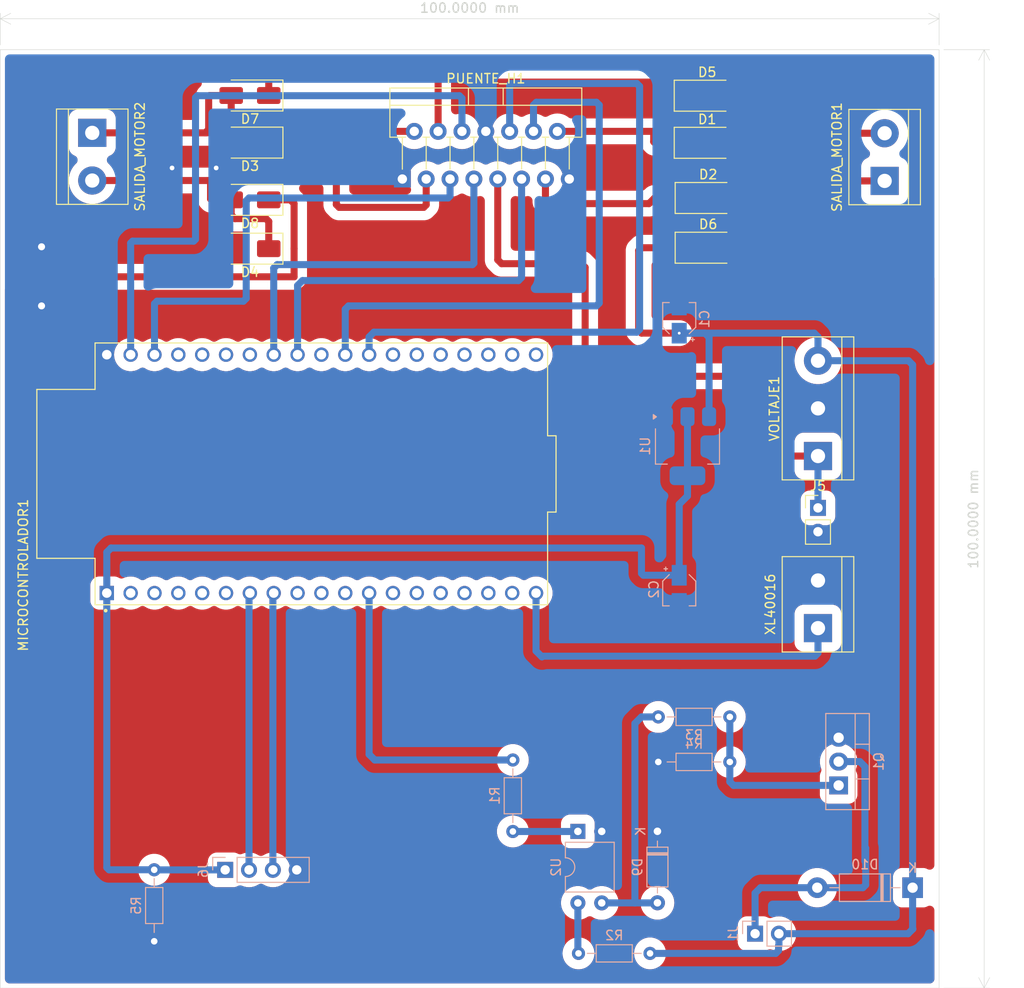
<source format=kicad_pcb>
(kicad_pcb (version 20240108) (generator "pcbnew") (generator_version "8.0")
  (layers (0 "F.Cu" signal) (31 "B.Cu" signal) (34 "B.Paste" user) (35 "F.Paste" user) (36 "B.SilkS" user "B.Silkscreen") (37 "F.SilkS" user "F.Silkscreen") (38 "B.Mask" user) (39 "F.Mask" user) (44 "Edge.Cuts" user))
  (net 0 "")
  (net 1 "GND")
  (net 2 "+12V")
  (net 3 "+5V")
  (net 4 "OUT4")
  (net 5 "OUT3")
  (net 6 "OUT1")
  (net 7 "OUT2")
  (net 8 "Net-(D9-A)")
  (net 9 "Net-(D10-A)")
  (net 10 "3,3V")
  (net 11 "SCK")
  (net 12 "DT")
  (net 13 "IN3")
  (net 14 "EnA")
  (net 15 "IN4")
  (net 16 "EnB")
  (net 17 "IN2")
  (net 18 "IN1")
  (net 19 "Net-(Q1-G)")
  (net 20 "PWM")
  (net 21 "Net-(R1-Pad2)")
  (net 22 "Net-(R2-Pad2)")
  (net 23 "Vin")
  (footprint "TerminalBlock:TerminalBlock_bornier-2_P5.08mm" (layer "F.Cu") (at 162.1 111.14 90)
    (property "Reference" "XL40016" (at 2.54 -5.08 -90) (layer "F.SilkS"))
    (property "Value" "~")
    (pad "1" thru_hole rect (at 0 0 90) (size 3 3) (drill 1.52) (layers "*.Cu" "*.Mask") (net 23 "Vin"))
    (pad "2" thru_hole circle (at 5.08 0 90) (size 3 3) (drill 1.52) (layers "*.Cu" "*.Mask") (net 1 "GND"))
  )
  (footprint "Diode_SMD:D_SMA" (layer "F.Cu") (at 101.6 54.38 180)
    (property "Reference" "D7" (at 0 -2.5 180) (layer "F.SilkS"))
    (property "Value" "1N4148WT" (hide yes))
    (pad "1" smd roundrect (at -2 0 180) (size 2.5 1.8) (layers "F.Cu" "F.Paste" "F.Mask") (roundrect_rratio 0.1388888889) (net 2 "+12V"))
    (pad "2" smd roundrect (at 2 0 180) (size 2.5 1.8) (layers "F.Cu" "F.Paste" "F.Mask") (roundrect_rratio 0.1388888889) (net 6 "OUT1"))
  )
  (footprint "Library:MODULE_ESP32-DEVKITC" (layer "F.Cu") (at 109.2 94.7 90)
    (property "Reference" "MICROCONTROLADOR1" (at -10.795 -31.75 -90) (layer "F.SilkS"))
    (property "Value" "ESP32_DEVKITC")
    (pad "1" thru_hole rect (at -12.7 -22.85 90) (size 1.53 1.53) (drill 1.02) (layers "*.Cu" "*.Mask") (net 10 "3,3V"))
    (pad "2" thru_hole circle (at -12.7 -20.31 90) (size 1.53 1.53) (drill 1.02) (layers "*.Cu" "*.Mask"))
    (pad "3" thru_hole circle (at -12.7 -17.77 90) (size 1.53 1.53) (drill 1.02) (layers "*.Cu" "*.Mask"))
    (pad "4" thru_hole circle (at -12.7 -15.23 90) (size 1.53 1.53) (drill 1.02) (layers "*.Cu" "*.Mask"))
    (pad "5" thru_hole circle (at -12.7 -12.69 90) (size 1.53 1.53) (drill 1.02) (layers "*.Cu" "*.Mask"))
    (pad "6" thru_hole circle (at -12.7 -10.15 90) (size 1.53 1.53) (drill 1.02) (layers "*.Cu" "*.Mask"))
    (pad "7" thru_hole circle (at -12.7 -7.61 90) (size 1.53 1.53) (drill 1.02) (layers "*.Cu" "*.Mask") (net 12 "DT"))
    (pad "8" thru_hole circle (at -12.7 -5.07 90) (size 1.53 1.53) (drill 1.02) (layers "*.Cu" "*.Mask") (net 11 "SCK"))
    (pad "9" thru_hole circle (at -12.7 -2.53 90) (size 1.53 1.53) (drill 1.02) (layers "*.Cu" "*.Mask"))
    (pad "10" thru_hole circle (at -12.7 0.01 90) (size 1.53 1.53) (drill 1.02) (layers "*.Cu" "*.Mask"))
    (pad "11" thru_hole circle (at -12.7 2.55 90) (size 1.53 1.53) (drill 1.02) (layers "*.Cu" "*.Mask"))
    (pad "12" thru_hole circle (at -12.7 5.09 90) (size 1.53 1.53) (drill 1.02) (layers "*.Cu" "*.Mask") (net 20 "PWM"))
    (pad "13" thru_hole circle (at -12.7 7.63 90) (size 1.53 1.53) (drill 1.02) (layers "*.Cu" "*.Mask"))
    (pad "14" thru_hole circle (at -12.7 10.17 90) (size 1.53 1.53) (drill 1.02) (layers "*.Cu" "*.Mask"))
    (pad "15" thru_hole circle (at -12.7 12.71 90) (size 1.53 1.53) (drill 1.02) (layers "*.Cu" "*.Mask"))
    (pad "16" thru_hole circle (at -12.7 15.25 90) (size 1.53 1.53) (drill 1.02) (layers "*.Cu" "*.Mask"))
    (pad "17" thru_hole circle (at -12.7 17.79 90) (size 1.53 1.53) (drill 1.02) (layers "*.Cu" "*.Mask"))
    (pad "18" thru_hole circle (at -12.7 20.33 90) (size 1.53 1.53) (drill 1.02) (layers "*.Cu" "*.Mask"))
    (pad "19" thru_hole circle (at -12.7 22.87 90) (size 1.53 1.53) (drill 1.02) (layers "*.Cu" "*.Mask") (net 23 "Vin"))
    (pad "20" thru_hole circle (at 12.7 22.87 90) (size 1.53 1.53) (drill 1.02) (layers "*.Cu" "*.Mask"))
    (pad "21" thru_hole circle (at 12.7 20.33 90) (size 1.53 1.53) (drill 1.02) (layers "*.Cu" "*.Mask"))
    (pad "22" thru_hole circle (at 12.7 17.79 90) (size 1.53 1.53) (drill 1.02) (layers "*.Cu" "*.Mask"))
    (pad "23" thru_hole circle (at 12.7 15.25 90) (size 1.53 1.53) (drill 1.02) (layers "*.Cu" "*.Mask"))
    (pad "24" thru_hole circle (at 12.7 12.71 90) (size 1.53 1.53) (drill 1.02) (layers "*.Cu" "*.Mask"))
    (pad "25" thru_hole circle (at 12.7 10.17 90) (size 1.53 1.53) (drill 1.02) (layers "*.Cu" "*.Mask"))
    (pad "26" thru_hole circle (at 12.7 7.63 90) (size 1.53 1.53) (drill 1.02) (layers "*.Cu" "*.Mask"))
    (pad "27" thru_hole circle (at 12.7 5.09 90) (size 1.53 1.53) (drill 1.02) (layers "*.Cu" "*.Mask") (net 13 "IN3"))
    (pad "28" thru_hole circle (at 12.7 2.55 90) (size 1.53 1.53) (drill 1.02) (layers "*.Cu" "*.Mask") (net 15 "IN4"))
    (pad "29" thru_hole circle (at 12.7 0.01 90) (size 1.53 1.53) (drill 1.02) (layers "*.Cu" "*.Mask"))
    (pad "30" thru_hole circle (at 12.7 -2.53 90) (size 1.53 1.53) (drill 1.02) (layers "*.Cu" "*.Mask") (net 16 "EnB"))
    (pad "31" thru_hole circle (at 12.7 -5.07 90) (size 1.53 1.53) (drill 1.02) (layers "*.Cu" "*.Mask") (net 17 "IN2"))
    (pad "32" thru_hole circle (at 12.7 -7.61 90) (size 1.53 1.53) (drill 1.02) (layers "*.Cu" "*.Mask"))
    (pad "33" thru_hole circle (at 12.7 -10.15 90) (size 1.53 1.53) (drill 1.02) (layers "*.Cu" "*.Mask"))
    (pad "34" thru_hole circle (at 12.7 -12.69 90) (size 1.53 1.53) (drill 1.02) (layers "*.Cu" "*.Mask"))
    (pad "35" thru_hole circle (at 12.7 -15.23 90) (size 1.53 1.53) (drill 1.02) (layers "*.Cu" "*.Mask"))
    (pad "36" thru_hole circle (at 12.7 -17.77 90) (size 1.53 1.53) (drill 1.02) (layers "*.Cu" "*.Mask") (net 18 "IN1"))
    (pad "37" thru_hole circle (at 12.7 -20.31 90) (size 1.53 1.53) (drill 1.02) (layers "*.Cu" "*.Mask") (net 14 "EnA"))
    (pad "38" thru_hole circle (at 12.7 -22.85 90) (size 1.53 1.53) (drill 1.02) (layers "*.Cu" "*.Mask") (net 1 "GND"))
  )
  (footprint "TerminalBlock:TerminalBlock_bornier-2_P5.08mm" (layer "F.Cu") (at 169.2 63.48 90)
    (property "Reference" "SALIDA_MOTOR1" (at 2.54 -5.08 -90) (layer "F.SilkS"))
    (property "Value" "~")
    (pad "1" thru_hole rect (at 0 0 90) (size 3 3) (drill 1.52) (layers "*.Cu" "*.Mask") (net 5 "OUT3"))
    (pad "2" thru_hole circle (at 5.08 0 90) (size 3 3) (drill 1.52) (layers "*.Cu" "*.Mask") (net 4 "OUT4"))
  )
  (footprint "Diode_SMD:D_SMA" (layer "F.Cu") (at 101.6 65.5 180)
    (property "Reference" "D8" (at 0 -2.5 180) (layer "F.SilkS"))
    (property "Value" "1N4148WT" (hide yes))
    (pad "1" smd roundrect (at -2 0 180) (size 2.5 1.8) (layers "F.Cu" "F.Paste" "F.Mask") (roundrect_rratio 0.1388888889) (net 2 "+12V"))
    (pad "2" smd roundrect (at 2 0 180) (size 2.5 1.8) (layers "F.Cu" "F.Paste" "F.Mask") (roundrect_rratio 0.1388888889) (net 7 "OUT2"))
  )
  (footprint "TerminalBlock:TerminalBlock_bornier-3_P5.08mm" (layer "F.Cu") (at 162.1 92.8 90)
    (property "Reference" "VOLTAJE1" (at 5.05 -4.65 -90) (layer "F.SilkS"))
    (property "Value" "~")
    (pad "1" thru_hole rect (at 0 0 90) (size 3 3) (drill 1.52) (layers "*.Cu" "*.Mask") (net 3 "+5V"))
    (pad "2" thru_hole circle (at 5.08 0 90) (size 3 3) (drill 1.52) (layers "*.Cu" "*.Mask") (net 1 "GND"))
    (pad "3" thru_hole circle (at 10.16 0 90) (size 3 3) (drill 1.52) (layers "*.Cu" "*.Mask") (net 2 "+12V"))
  )
  (footprint "Diode_SMD:D_SMA" (layer "F.Cu") (at 150.4 65.3)
    (property "Reference" "D2" (at 0 -2.5 0) (layer "F.SilkS"))
    (property "Value" "1N4148WT" (hide yes))
    (pad "1" smd roundrect (at -2 0) (size 2.5 1.8) (layers "F.Cu" "F.Paste" "F.Mask") (roundrect_rratio 0.1388888889) (net 5 "OUT3"))
    (pad "2" smd roundrect (at 2 0) (size 2.5 1.8) (layers "F.Cu" "F.Paste" "F.Mask") (roundrect_rratio 0.1388888889) (net 1 "GND"))
  )
  (footprint "TerminalBlock:TerminalBlock_bornier-2_P5.08mm" (layer "F.Cu") (at 84.8 58.36 -90)
    (property "Reference" "SALIDA_MOTOR2" (at 2.54 -5.08 90) (layer "F.SilkS"))
    (property "Value" "~")
    (pad "1" thru_hole rect (at 0 0 270) (size 3 3) (drill 1.52) (layers "*.Cu" "*.Mask") (net 6 "OUT1"))
    (pad "2" thru_hole circle (at 5.08 0 270) (size 3 3) (drill 1.52) (layers "*.Cu" "*.Mask") (net 7 "OUT2"))
  )
  (footprint "Package_TO_SOT_THT:TO-220-15_P2.54x2.54mm_StaggerOdd_Lead4.58mm_Vertical" (layer "F.Cu") (at 117.83 63.28)
    (property "Reference" "PUENTE_H1" (at 8.89 -10.7 0) (layer "F.SilkS"))
    (property "Value" "L298N")
    (pad "1" thru_hole rect (at 0 0) (size 1.8 1.8) (drill 1) (layers "*.Cu" "*.Mask") (net 1 "GND"))
    (pad "2" thru_hole oval (at 1.27 -5.08) (size 1.8 1.8) (drill 1) (layers "*.Cu" "*.Mask") (net 6 "OUT1"))
    (pad "3" thru_hole oval (at 2.54 0) (size 1.8 1.8) (drill 1) (layers "*.Cu" "*.Mask") (net 7 "OUT2"))
    (pad "4" thru_hole oval (at 3.81 -5.08) (size 1.8 1.8) (drill 1) (layers "*.Cu" "*.Mask") (net 2 "+12V"))
    (pad "5" thru_hole oval (at 5.08 0) (size 1.8 1.8) (drill 1) (layers "*.Cu" "*.Mask") (net 18 "IN1"))
    (pad "6" thru_hole oval (at 6.35 -5.08) (size 1.8 1.8) (drill 1) (layers "*.Cu" "*.Mask") (net 14 "EnA"))
    (pad "7" thru_hole oval (at 7.62 0) (size 1.8 1.8) (drill 1) (layers "*.Cu" "*.Mask") (net 17 "IN2"))
    (pad "8" thru_hole oval (at 8.89 -5.08) (size 1.8 1.8) (drill 1) (layers "*.Cu" "*.Mask") (net 1 "GND"))
    (pad "9" thru_hole oval (at 10.16 0) (size 1.8 1.8) (drill 1) (layers "*.Cu" "*.Mask") (net 3 "+5V"))
    (pad "10" thru_hole oval (at 11.43 -5.08) (size 1.8 1.8) (drill 1) (layers "*.Cu" "*.Mask") (net 13 "IN3"))
    (pad "11" thru_hole oval (at 12.7 0) (size 1.8 1.8) (drill 1) (layers "*.Cu" "*.Mask") (net 16 "EnB"))
    (pad "12" thru_hole oval (at 13.97 -5.08) (size 1.8 1.8) (drill 1) (layers "*.Cu" "*.Mask") (net 15 "IN4"))
    (pad "13" thru_hole oval (at 15.24 0) (size 1.8 1.8) (drill 1) (layers "*.Cu" "*.Mask") (net 5 "OUT3"))
    (pad "14" thru_hole oval (at 16.51 -5.08) (size 1.8 1.8) (drill 1) (layers "*.Cu" "*.Mask") (net 4 "OUT4"))
    (pad "15" thru_hole oval (at 17.78 0) (size 1.8 1.8) (drill 1) (layers "*.Cu" "*.Mask") (net 1 "GND"))
  )
  (footprint "Connector_PinHeader_2.54mm:PinHeader_1x02_P2.54mm_Vertical" (layer "F.Cu") (at 162.1 98.325)
    (property "Reference" "J5" (at 0 -2.33 0) (layer "F.SilkS"))
    (property "Value" "~")
    (pad "1" thru_hole rect (at 0 0) (size 1.7 1.7) (drill 1) (layers "*.Cu" "*.Mask") (net 3 "+5V"))
    (pad "2" thru_hole oval (at 0 2.54) (size 1.7 1.7) (drill 1) (layers "*.Cu" "*.Mask") (net 1 "GND"))
  )
  (footprint "Diode_SMD:D_SMA" (layer "F.Cu") (at 101.6 59.4 180)
    (property "Reference" "D3" (at 0 -2.5 180) (layer "F.SilkS"))
    (property "Value" "1N4148WT" (hide yes))
    (pad "1" smd roundrect (at -2 0 180) (size 2.5 1.8) (layers "F.Cu" "F.Paste" "F.Mask") (roundrect_rratio 0.1388888889) (net 6 "OUT1"))
    (pad "2" smd roundrect (at 2 0 180) (size 2.5 1.8) (layers "F.Cu" "F.Paste" "F.Mask") (roundrect_rratio 0.1388888889) (net 1 "GND"))
  )
  (footprint "Diode_SMD:D_SMA" (layer "F.Cu") (at 150.3 59.42)
    (property "Reference" "D1" (at 0 -2.5 0) (layer "F.SilkS"))
    (property "Value" "1N4148WT")
    (pad "1" smd roundrect (at -2 0) (size 2.5 1.8) (layers "F.Cu" "F.Paste" "F.Mask") (roundrect_rratio 0.1388888889) (net 4 "OUT4"))
    (pad "2" smd roundrect (at 2 0) (size 2.5 1.8) (layers "F.Cu" "F.Paste" "F.Mask") (roundrect_rratio 0.1388888889) (net 1 "GND"))
  )
  (footprint "Diode_SMD:D_SMA" (layer "F.Cu") (at 150.3 54.4)
    (property "Reference" "D5" (at 0 -2.5 0) (layer "F.SilkS"))
    (property "Value" "1N4148WT" (hide yes))
    (pad "1" smd roundrect (at -2 0) (size 2.5 1.8) (layers "F.Cu" "F.Paste" "F.Mask") (roundrect_rratio 0.1388888889) (net 2 "+12V"))
    (pad "2" smd roundrect (at 2 0) (size 2.5 1.8) (layers "F.Cu" "F.Paste" "F.Mask") (roundrect_rratio 0.1388888889) (net 4 "OUT4"))
  )
  (footprint "Diode_SMD:D_SMA" (layer "F.Cu") (at 150.4 70.6)
    (property "Reference" "D6" (at 0 -2.5 0) (layer "F.SilkS"))
    (property "Value" "1N4148WT" (hide yes))
    (pad "1" smd roundrect (at -2 0) (size 2.5 1.8) (layers "F.Cu" "F.Paste" "F.Mask") (roundrect_rratio 0.1388888889) (net 2 "+12V"))
    (pad "2" smd roundrect (at 2 0) (size 2.5 1.8) (layers "F.Cu" "F.Paste" "F.Mask") (roundrect_rratio 0.1388888889) (net 5 "OUT3"))
  )
  (footprint "Diode_SMD:D_SMA" (layer "F.Cu") (at 101.6 70.7 180)
    (property "Reference" "D4" (at 0 -2.5 180) (layer "F.SilkS"))
    (property "Value" "1N4148WT" (hide yes))
    (pad "1" smd roundrect (at -2 0 180) (size 2.5 1.8) (layers "F.Cu" "F.Paste" "F.Mask") (roundrect_rratio 0.1388888889) (net 7 "OUT2"))
    (pad "2" smd roundrect (at 2 0 180) (size 2.5 1.8) (layers "F.Cu" "F.Paste" "F.Mask") (roundrect_rratio 0.1388888889) (net 1 "GND"))
  )
  (footprint "Diode_THT:D_DO-35_SOD27_P7.62mm_Horizontal" (layer "B.Cu") (at 145 132.79 -90)
    (property "Reference" "D9" (at 3.81 2.12 90) (layer "B.SilkS") (effects (justify mirror)))
    (property "Value" "1N4148")
    (fp_text user "K" (at 0 1.8 90) (layer "B.SilkS") (effects (justify mirror)))
    (pad "1" thru_hole rect (at 0 0 270) (size 1.6 1.6) (drill 0.8) (layers "*.Cu" "*.Mask") (net 1 "GND"))
    (pad "2" thru_hole oval (at 7.62 0 270) (size 1.6 1.6) (drill 0.8) (layers "*.Cu" "*.Mask") (net 8 "Net-(D9-A)"))
  )
  (footprint "Package_TO_SOT_THT:TO-220-3_Vertical" (layer "B.Cu") (at 164.3 127.9 90)
    (property "Reference" "Q1" (at 2.54 4.27 -90) (layer "B.SilkS") (effects (justify mirror)))
    (property "Value" "IRF540N")
    (pad "1" thru_hole rect (at 0 0 90) (size 1.905 2) (drill 1.1) (layers "*.Cu" "*.Mask") (net 19 "Net-(Q1-G)"))
    (pad "2" thru_hole oval (at 2.54 0 90) (size 1.905 2) (drill 1.1) (layers "*.Cu" "*.Mask") (net 9 "Net-(D10-A)"))
    (pad "3" thru_hole oval (at 5.08 0 90) (size 1.905 2) (drill 1.1) (layers "*.Cu" "*.Mask") (net 1 "GND"))
  )
  (footprint "Capacitor_SMD:CP_Elec_3x5.3" (layer "B.Cu") (at 147.32 107.005 -90)
    (property "Reference" "C2" (at 0 2.7 90) (layer "B.SilkS") (effects (justify mirror)))
    (property "Value" "220")
    (pad "1" smd rect (at -1.5 0 270) (size 2.2 1.6) (layers "B.Cu" "B.Paste" "B.Mask") (net 10 "3,3V"))
    (pad "2" smd rect (at 1.5 0 270) (size 2.2 1.6) (layers "B.Cu" "B.Paste" "B.Mask") (net 1 "GND"))
  )
  (footprint "Connector_PinHeader_2.54mm:PinHeader_1x02_P2.54mm_Vertical" (layer "B.Cu") (at 155.4 143.7 -90)
    (property "Reference" "J1" (at 0 2.33 90) (layer "B.SilkS") (effects (justify mirror)))
    (property "Value" "MOTOR_CINTA")
    (pad "1" thru_hole rect (at 0 0 270) (size 1.7 1.7) (drill 1) (layers "*.Cu" "*.Mask") (net 9 "Net-(D10-A)"))
    (pad "2" thru_hole oval (at 0 -2.54 270) (size 1.7 1.7) (drill 1) (layers "*.Cu" "*.Mask") (net 2 "+12V"))
  )
  (footprint "Resistor_THT:R_Axial_DIN0204_L3.6mm_D1.6mm_P7.62mm_Horizontal" (layer "B.Cu") (at 144.21 145.8 180)
    (property "Reference" "R2" (at 3.81 1.92 180) (layer "B.SilkS") (effects (justify mirror)))
    (property "Value" "4,7K")
    (pad "1" thru_hole circle (at 0 0 180) (size 1.4 1.4) (drill 0.7) (layers "*.Cu" "*.Mask") (net 2 "+12V"))
    (pad "2" thru_hole oval (at 7.62 0 180) (size 1.4 1.4) (drill 0.7) (layers "*.Cu" "*.Mask") (net 22 "Net-(R2-Pad2)"))
  )
  (footprint "Resistor_THT:R_Axial_DIN0204_L3.6mm_D1.6mm_P7.62mm_Horizontal" (layer "B.Cu") (at 145.09 120.6)
    (property "Reference" "R3" (at 3.81 1.92 0) (layer "B.SilkS") (effects (justify mirror)))
    (property "Value" "100")
    (pad "1" thru_hole circle (at 0 0) (size 1.4 1.4) (drill 0.7) (layers "*.Cu" "*.Mask") (net 8 "Net-(D9-A)"))
    (pad "2" thru_hole oval (at 7.62 0) (size 1.4 1.4) (drill 0.7) (layers "*.Cu" "*.Mask") (net 19 "Net-(Q1-G)"))
  )
  (footprint "Diode_THT:D_DO-41_SOD81_P10.16mm_Horizontal" (layer "B.Cu") (at 172.18 138.8 180)
    (property "Reference" "D10" (at 5.08 2.47 180) (layer "B.SilkS") (effects (justify mirror)))
    (property "Value" "1N4007")
    (fp_text user "K" (at 0 2.1 180) (layer "B.SilkS") (effects (justify mirror)))
    (pad "1" thru_hole rect (at 0 0 180) (size 2.2 2.2) (drill 1.1) (layers "*.Cu" "*.Mask") (net 2 "+12V"))
    (pad "2" thru_hole oval (at 10.16 0 180) (size 2.2 2.2) (drill 1.1) (layers "*.Cu" "*.Mask") (net 9 "Net-(D10-A)"))
  )
  (footprint "Capacitor_SMD:CP_Elec_3x5.3" (layer "B.Cu") (at 147.32 78.205 90)
    (property "Reference" "C1" (at 0 2.7 -90) (layer "B.SilkS") (effects (justify mirror)))
    (property "Value" "220")
    (pad "1" smd rect (at -1.5 0 90) (size 2.2 1.6) (layers "B.Cu" "B.Paste" "B.Mask") (net 2 "+12V"))
    (pad "2" smd rect (at 1.5 0 90) (size 2.2 1.6) (layers "B.Cu" "B.Paste" "B.Mask") (net 1 "GND"))
  )
  (footprint "Resistor_THT:R_Axial_DIN0204_L3.6mm_D1.6mm_P7.62mm_Horizontal" (layer "B.Cu") (at 129.6 125.19 -90)
    (property "Reference" "R1" (at 3.81 1.92 90) (layer "B.SilkS") (effects (justify mirror)))
    (property "Value" "1K")
    (pad "1" thru_hole circle (at 0 0 270) (size 1.4 1.4) (drill 0.7) (layers "*.Cu" "*.Mask") (net 20 "PWM"))
    (pad "2" thru_hole oval (at 7.62 0 270) (size 1.4 1.4) (drill 0.7) (layers "*.Cu" "*.Mask") (net 21 "Net-(R1-Pad2)"))
  )
  (footprint "Package_DIP:DIP-4_W7.62mm" (layer "B.Cu") (at 136.525 132.8 -90)
    (property "Reference" "U2" (at 3.81 2.33 90) (layer "B.SilkS") (effects (justify mirror)))
    (property "Value" "PC817")
    (pad "1" thru_hole rect (at 0 0 270) (size 1.6 1.6) (drill 0.8) (layers "*.Cu" "*.Mask") (net 21 "Net-(R1-Pad2)"))
    (pad "2" thru_hole oval (at 0 -2.54 270) (size 1.6 1.6) (drill 0.8) (layers "*.Cu" "*.Mask") (net 1 "GND"))
    (pad "3" thru_hole oval (at 7.62 -2.54 270) (size 1.6 1.6) (drill 0.8) (layers "*.Cu" "*.Mask") (net 8 "Net-(D9-A)"))
    (pad "4" thru_hole oval (at 7.62 0 270) (size 1.6 1.6) (drill 0.8) (layers "*.Cu" "*.Mask") (net 22 "Net-(R2-Pad2)"))
  )
  (footprint "Resistor_THT:R_Axial_DIN0204_L3.6mm_D1.6mm_P7.62mm_Horizontal" (layer "B.Cu") (at 91.4 136.89 -90)
    (property "Reference" "R5" (at 3.81 1.92 90) (layer "B.SilkS") (effects (justify mirror)))
    (property "Value" "1k")
    (pad "1" thru_hole circle (at 0 0 270) (size 1.4 1.4) (drill 0.7) (layers "*.Cu" "*.Mask") (net 10 "3,3V"))
    (pad "2" thru_hole oval (at 7.62 0 270) (size 1.4 1.4) (drill 0.7) (layers "*.Cu" "*.Mask") (net 1 "GND"))
  )
  (footprint "Connector_PinHeader_2.54mm:PinHeader_1x04_P2.54mm_Vertical" (layer "B.Cu") (at 98.96 136.9 -90)
    (property "Reference" "J6" (at 0 2.33 90) (layer "B.SilkS") (effects (justify mirror)))
    (property "Value" "~")
    (pad "1" thru_hole rect (at 0 0 270) (size 1.7 1.7) (drill 1) (layers "*.Cu" "*.Mask") (net 10 "3,3V"))
    (pad "2" thru_hole oval (at 0 -2.54 270) (size 1.7 1.7) (drill 1) (layers "*.Cu" "*.Mask") (net 12 "DT"))
    (pad "3" thru_hole oval (at 0 -5.08 270) (size 1.7 1.7) (drill 1) (layers "*.Cu" "*.Mask") (net 11 "SCK"))
    (pad "4" thru_hole oval (at 0 -7.62 270) (size 1.7 1.7) (drill 1) (layers "*.Cu" "*.Mask") (net 1 "GND"))
  )
  (footprint "Resistor_THT:R_Axial_DIN0204_L3.6mm_D1.6mm_P7.62mm_Horizontal" (layer "B.Cu") (at 152.71 125.4 180)
    (property "Reference" "R4" (at 3.81 1.92 180) (layer "B.SilkS") (effects (justify mirror)))
    (property "Value" "4,7K")
    (pad "1" thru_hole circle (at 0 0 180) (size 1.4 1.4) (drill 0.7) (layers "*.Cu" "*.Mask") (net 19 "Net-(Q1-G)"))
    (pad "2" thru_hole oval (at 7.62 0 180) (size 1.4 1.4) (drill 0.7) (layers "*.Cu" "*.Mask") (net 1 "GND"))
  )
  (footprint "Package_TO_SOT_SMD:SOT-223-3_TabPin2" (layer "B.Cu") (at 148.2 91.75 -90)
    (property "Reference" "U1" (at 0 4.5 90) (layer "B.SilkS") (effects (justify mirror)))
    (property "Value" "AMS1117")
    (pad "1" smd roundrect (at -3.15 2.3 270) (size 2 1.5) (layers "B.Cu" "B.Paste" "B.Mask") (net 1 "GND"))
    (pad "2" smd roundrect (at -3.15 0 270) (size 2 1.5) (layers "B.Cu" "B.Paste" "B.Mask") (net 10 "3,3V"))
    (pad "2" smd roundrect (at 3.15 0 270) (size 2 3.8) (layers "B.Cu" "B.Paste" "B.Mask") (net 10 "3,3V"))
    (pad "3" smd roundrect (at -3.15 -2.3 270) (size 2 1.5) (layers "B.Cu" "B.Paste" "B.Mask") (net 2 "+12V"))
  )
  (gr_rect (start 75 49.5) (end 175 149.5) (stroke (width 0.05)) (fill none) (layer "Edge.Cuts"))
  (dimension (type aligned) (layer "Edge.Cuts") (pts (xy 75 49.5) (xy 175 49.5)) (height -3.3) (gr_text "100,0000 mm" (at 125 45.05 0) (layer "Edge.Cuts") (effects (font (size 1 1) (thickness 0.15)))) (format (prefix "") (suffix "") (units 3) (units_format 1) (precision 4)) (style (thickness 0.05) (arrow_length 1.27) (text_position_mode 0) (extension_height 0.58642) (extension_offset 0.5) keep_text_aligned))
  (dimension (type aligned) (layer "Edge.Cuts") (pts (xy 175 149.5) (xy 175 49.5)) (height 4.8) (gr_text "100,0000 mm" (at 178.65 99.5 90) (layer "Edge.Cuts") (effects (font (size 1 1) (thickness 0.15)))) (format (prefix "") (suffix "") (units 3) (units_format 1) (precision 4)) (style (thickness 0.05) (arrow_length 1.27) (text_position_mode 0) (extension_height 0.58642) (extension_offset 0.5) keep_text_aligned))
  (via (at 93.3 62.1) (size 0.75) (drill 0.5) (layers "F.Cu" "B.Cu") (net 1))
  (via (at 98 62.1) (size 0.75) (drill 0.5) (layers "F.Cu" "B.Cu") (net 1))
  (via (at 79.4 70.5) (size 1) (drill 0.75) (layers "F.Cu" "B.Cu") (net 1))
  (via (at 79.4 76.8) (size 1) (drill 0.75) (layers "F.Cu" "B.Cu") (net 1))
  (segment (start 105.9 65.5) (end 103.6 65.5) (width 0.75) (layer "F.Cu") (net 2))
  (segment (start 101.6 51.2) (end 103.6 51.2) (width 0.75) (layer "F.Cu") (net 2))
  (segment (start 103.62 54.4) (end 103.6 54.38) (width 0.75) (layer "F.Cu") (net 2))
  (segment (start 106.3 70.7) (end 106.3 65.9) (width 0.75) (layer "F.Cu") (net 2))
  (segment (start 143 79.4) (end 143.3 79.7) (width 0.75) (layer "F.Cu") (net 2))
  (segment (start 106.3 73.7) (end 106.3 70.7) (width 0.75) (layer "F.Cu") (net 2))
  (segment (start 148.4 70.6) (end 143.3 70.6) (width 0.75) (layer "F.Cu") (net 2))
  (segment (start 121.64 58.2) (end 121.64 51.24) (width 0.75) (layer "F.Cu") (net 2))
  (segment (start 147.315 79.7) (end 147.32 79.705) (width 0.75) (layer "F.Cu") (net 2))
  (segment (start 106.3 65.9) (end 105.9 65.5) (width 0.75) (layer "F.Cu") (net 2))
  (segment (start 103.6 54.38) (end 103.6 51.2) (width 0.75) (layer "F.Cu") (net 2))
  (segment (start 143.3 70.6) (end 143 70.9) (width 0.75) (layer "F.Cu") (net 2))
  (segment (start 148.9 51.2) (end 172.3 51.2) (width 0.75) (layer "F.Cu") (net 2))
  (segment (start 148.3 54.4) (end 148.3 51.3) (width 0.75) (layer "F.Cu") (net 2))
  (segment (start 143.3 79.7) (end 147.315 79.7) (width 0.75) (layer "F.Cu") (net 2))
  (segment (start 172 73.3) (end 148.8 73.3) (width 0.75) (layer "F.Cu") (net 2))
  (segment (start 148.3 51.3) (end 148.2 51.2) (width 0.75) (layer "F.Cu") (net 2))
  (segment (start 143 70.9) (end 143 79.4) (width 0.75) (layer "F.Cu") (net 2))
  (segment (start 101.6 51.2) (end 77.1 51.2) (width 0.75) (layer "F.Cu") (net 2))
  (segment (start 148.8 73.3) (end 148.4 72.9) (width 0.75) (layer "F.Cu") (net 2))
  (segment (start 172.3 51.2) (end 172.7 51.6) (width 0.75) (layer "F.Cu") (net 2))
  (segment (start 148.2 51.2) (end 148.9 51.2) (width 0.75) (layer "F.Cu") (net 2))
  (segment (start 76.5 51.8) (end 76.5 72.9) (width 0.75) (layer "F.Cu") (net 2))
  (segment (start 172.7 72.6) (end 172 73.3) (width 0.75) (layer "F.Cu") (net 2))
  (segment (start 76.5 72.9) (end 77.3 73.7) (width 0.75) (layer "F.Cu") (net 2))
  (segment (start 172.7 51.6) (end 172.7 72.6) (width 0.75) (layer "F.Cu") (net 2))
  (segment (start 77.1 51.2) (end 76.5 51.8) (width 0.75) (layer "F.Cu") (net 2))
  (segment (start 77.3 73.7) (end 106.3 73.7) (width 0.75) (layer "F.Cu") (net 2))
  (segment (start 148.4 72.9) (end 148.4 70.6) (width 0.75) (layer "F.Cu") (net 2))
  (segment (start 121.64 51.24) (end 121.6 51.2) (width 0.75) (layer "F.Cu") (net 2))
  (segment (start 103.6 51.2) (end 148.2 51.2) (width 0.75) (layer "F.Cu") (net 2))
  (via (at 147.32 79.705) (size 0.6) (drill 0.3) (layers "F.Cu" "B.Cu") (net 2))
  (segment (start 171.7 143.7) (end 172.2 143.2) (width 0.75) (layer "B.Cu") (net 2))
  (segment (start 157.9 145) (end 157.94 144.96) (width 0.75) (layer "B.Cu") (net 2))
  (segment (start 161.705 79.705) (end 162.1 80.1) (width 0.75) (layer "B.Cu") (net 2))
  (segment (start 162.1 80.1) (end 162.1 82.64) (width 0.75) (layer "B.Cu") (net 2))
  (segment (start 150.055 79.705) (end 147.32 79.705) (width 0.75) (layer "B.Cu") (net 2))
  (segment (start 150.5 80.15) (end 150.055 79.705) (width 0.75) (layer "B.Cu") (net 2))
  (segment (start 172.2 143.2) (end 172.18 143.18) (width 0.75) (layer "B.Cu") (net 2))
  (segment (start 171.74 82.64) (end 172.18 83.08) (width 0.75) (layer "B.Cu") (net 2))
  (segment (start 157.6 145.8) (end 157.9 145.5) (width 0.75) (layer "B.Cu") (net 2))
  (segment (start 162.1 82.64) (end 171.74 82.64) (width 0.75) (layer "B.Cu") (net 2))
  (segment (start 157.94 144.96) (end 157.94 143.7) (width 0.75) (layer "B.Cu") (net 2))
  (segment (start 172.18 143.18) (end 172.18 136.3) (width 0.75) (layer "B.Cu") (net 2))
  (segment (start 172.18 83.08) (end 172.18 136.3) (width 0.75) (layer "B.Cu") (net 2))
  (segment (start 157.94 143.7) (end 171.7 143.7) (width 0.75) (layer "B.Cu") (net 2))
  (segment (start 157.9 145.5) (end 157.9 145) (width 0.75) (layer "B.Cu") (net 2))
  (segment (start 150.5 88.6) (end 150.5 80.15) (width 0.75) (layer "B.Cu") (net 2))
  (segment (start 144.21 145.8) (end 157.6 145.8) (width 0.75) (layer "B.Cu") (net 2))
  (segment (start 147.32 79.705) (end 161.705 79.705) (width 0.75) (layer "B.Cu") (net 2))
  (segment (start 137.3 84) (end 137.6 84.3) (width 0.75) (layer "F.Cu") (net 3))
  (segment (start 156 84.3) (end 156.3 84.6) (width 0.75) (layer "F.Cu") (net 3))
  (segment (start 137.3 72.7) (end 137.3 84) (width 0.75) (layer "F.Cu") (net 3))
  (segment (start 136.9 72.3) (end 137.3 72.7) (width 0.75) (layer "F.Cu") (net 3))
  (segment (start 156.8 92.8) (end 162.1 92.8) (width 0.75) (layer "F.Cu") (net 3))
  (segment (start 128.4 72.3) (end 136.9 72.3) (width 0.75) (layer "F.Cu") (net 3))
  (segment (start 156.3 84.6) (end 156.3 92.3) (width 0.75) (layer "F.Cu") (net 3))
  (segment (start 127.99 63.28) (end 127.99 71.89) (width 0.75) (layer "F.Cu") (net 3))
  (segment (start 127.99 71.89) (end 128.4 72.3) (width 0.75) (layer "F.Cu") (net 3))
  (segment (start 156.3 92.3) (end 156.8 92.8) (width 0.75) (layer "F.Cu") (net 3))
  (segment (start 137.6 84.3) (end 156 84.3) (width 0.75) (layer "F.Cu") (net 3))
  (segment (start 162.1 92.8) (end 162.1 98.325) (width 0.75) (layer "B.Cu") (net 3))
  (segment (start 148.3 56.4) (end 148.3 59.42) (width 0.75) (layer "F.Cu") (net 4))
  (segment (start 144.5 58.2) (end 144.6 58.3) (width 0.75) (layer "F.Cu") (net 4))
  (segment (start 144.6 58.3) (end 144.6 59.3) (width 0.75) (layer "F.Cu") (net 4))
  (segment (start 169.2 58.4) (end 155.3 58.4) (width 0.75) (layer "F.Cu") (net 4))
  (segment (start 155.1 54.6) (end 154.9 54.4) (width 0.75) (layer "F.Cu") (net 4))
  (segment (start 155.3 58.4) (end 155.1 58.2) (width 0.75) (layer "F.Cu") (net 4))
  (segment (start 152.1 56.2) (end 148.5 56.2) (width 0.75) (layer "F.Cu") (net 4))
  (segment (start 152.3 54.4) (end 152.3 56) (width 0.75) (layer "F.Cu") (net 4))
  (segment (start 152.3 56) (end 152.1 56.2) (width 0.75) (layer "F.Cu") (net 4))
  (segment (start 154.9 54.4) (end 152.3 54.4) (width 0.75) (layer "F.Cu") (net 4))
  (segment (start 155.1 58.2) (end 155.1 54.6) (width 0.75) (layer "F.Cu") (net 4))
  (segment (start 144.72 59.42) (end 148.3 59.42) (width 0.75) (layer "F.Cu") (net 4))
  (segment (start 134.34 58.2) (end 144.5 58.2) (width 0.75) (layer "F.Cu") (net 4))
  (segment (start 148.5 56.2) (end 148.3 56.4) (width 0.75) (layer "F.Cu") (net 4))
  (segment (start 144.6 59.3) (end 144.72 59.42) (width 0.75) (layer "F.Cu") (net 4))
  (segment (start 133.07 63.28) (end 133.07 65.67) (width 0.75) (layer "F.Cu") (net 5))
  (segment (start 155.3 70.6) (end 155.6 70.3) (width 0.75) (layer "F.Cu") (net 5))
  (segment (start 148.4 65.3) (end 148.4 67) (width 0.75) (layer "F.Cu") (net 5))
  (segment (start 152.3 67.1) (end 152.4 67.2) (width 0.75) (layer "F.Cu") (net 5))
  (segment (start 133.3 65.9) (end 144.1 65.9) (width 0.75) (layer "F.Cu") (net 5))
  (segment (start 148.5 67.1) (end 152.3 67.1) (width 0.75) (layer "F.Cu") (net 5))
  (segment (start 155.6 63.8) (end 155.92 63.48) (width 0.75) (layer "F.Cu") (net 5))
  (segment (start 152.4 70.6) (end 155.3 70.6) (width 0.75) (layer "F.Cu") (net 5))
  (segment (start 144.7 65.3) (end 148.4 65.3) (width 0.75) (layer "F.Cu") (net 5))
  (segment (start 144.1 65.9) (end 144.7 65.3) (width 0.75) (layer "F.Cu") (net 5))
  (segment (start 133.07 65.67) (end 133.3 65.9) (width 0.75) (layer "F.Cu") (net 5))
  (segment (start 155.6 70.3) (end 155.6 63.8) (width 0.75) (layer "F.Cu") (net 5))
  (segment (start 155.92 63.48) (end 169.2 63.48) (width 0.75) (layer "F.Cu") (net 5))
  (segment (start 148.4 67) (end 148.5 67.1) (width 0.75) (layer "F.Cu") (net 5))
  (segment (start 152.4 67.2) (end 152.4 70.6) (width 0.75) (layer "F.Cu") (net 5))
  (segment (start 99.6 54.38) (end 99.6 55.9) (width 0.75) (layer "F.Cu") (net 6))
  (segment (start 84.8 58.36) (end 96.84 58.36) (width 0.75) (layer "F.Cu") (net 6))
  (segment (start 97.2 58.2) (end 97.2 58) (width 0.75) (layer "F.Cu") (net 6))
  (segment (start 96.84 58.36) (end 97.2 58) (width 0.75) (layer "F.Cu") (net 6))
  (segment (start 100 56.3) (end 103.4 56.3) (width 0.75) (layer "F.Cu") (net 6))
  (segment (start 115.9 58.2) (end 119.1 58.2) (width 0.75) (layer "F.Cu") (net 6))
  (segment (start 103.4 56.3) (end 103.6 56.5) (width 0.75) (layer "F.Cu") (net 6))
  (segment (start 103.6 59.4) (end 114.7 59.4) (width 0.75) (layer "F.Cu") (net 6))
  (segment (start 99.6 55.9) (end 100 56.3) (width 0.75) (layer "F.Cu") (net 6))
  (segment (start 97.04 58.36) (end 97.2 58.2) (width 0.75) (layer "F.Cu") (net 6))
  (segment (start 97.32 54.38) (end 99.6 54.38) (width 0.75) (layer "F.Cu") (net 6))
  (segment (start 103.6 56.5) (end 103.6 59.4) (width 0.75) (layer "F.Cu") (net 6))
  (segment (start 114.7 59.4) (end 115.9 58.2) (width 0.75) (layer "F.Cu") (net 6))
  (segment (start 97.2 58) (end 97.2 54.5) (width 0.75) (layer "F.Cu") (net 6))
  (segment (start 97.2 54.5) (end 97.32 54.38) (width 0.75) (layer "F.Cu") (net 6))
  (segment (start 110.5 62.4) (end 110.8 62.7) (width 0.75) (layer "F.Cu") (net 7))
  (segment (start 100 67.5) (end 103.3 67.5) (width 0.75) (layer "F.Cu") (net 7))
  (segment (start 99.9 62.4) (end 110.5 62.4) (width 0.75) (layer "F.Cu") (net 7))
  (segment (start 97.4 63.6) (end 97.4 65.4) (width 0.75) (layer "F.Cu") (net 7))
  (segment (start 110.8 66) (end 111.1 66.3) (width 0.75) (layer "F.Cu") (net 7))
  (segment (start 99.6 65.5) (end 99.6 67.1) (width 0.75) (layer "F.Cu") (net 7))
  (segment (start 120.37 66.03) (end 120.37 63.28) (width 0.75) (layer "F.Cu") (net 7))
  (segment (start 97.5 65.5) (end 99.6 65.5) (width 0.75) (layer "F.Cu") (net 7))
  (segment (start 111.1 66.3) (end 120.1 66.3) (width 0.75) (layer "F.Cu") (net 7))
  (segment (start 84.8 63.44) (end 97.24 63.44) (width 0.75) (layer "F.Cu") (net 7))
  (segment (start 103.3 67.5) (end 103.6 67.8) (width 0.75) (layer "F.Cu") (net 7))
  (segment (start 103.6 67.8) (end 103.6 70.7) (width 0.75) (layer "F.Cu") (net 7))
  (segment (start 120.1 66.3) (end 120.37 66.03) (width 0.75) (layer "F.Cu") (net 7))
  (segment (start 99.6 67.1) (end 100 67.5) (width 0.75) (layer "F.Cu") (net 7))
  (segment (start 99.6 65.5) (end 99.6 62.7) (width 0.75) (layer "F.Cu") (net 7))
  (segment (start 97.24 63.44) (end 97.4 63.6) (width 0.75) (layer "F.Cu") (net 7))
  (segment (start 99.6 62.7) (end 99.9 62.4) (width 0.75) (layer "F.Cu") (net 7))
  (segment (start 97.4 65.4) (end 97.5 65.5) (width 0.75) (layer "F.Cu") (net 7))
  (segment (start 110.8 62.7) (end 110.8 66) (width 0.75) (layer "F.Cu") (net 7))
  (segment (start 143.3 120.6) (end 142.6 121.3) (width 0.75) (layer "B.Cu") (net 8))
  (segment (start 142.6 121.3) (end 142.6 140.42) (width 0.75) (layer "B.Cu") (net 8))
  (segment (start 145.09 120.6) (end 143.3 120.6) (width 0.75) (layer "B.Cu") (net 8))
  (segment (start 142.6 140.42) (end 144.99 140.42) (width 0.75) (layer "B.Cu") (net 8))
  (segment (start 144.99 140.42) (end 145 140.41) (width 0.75) (layer "B.Cu") (net 8))
  (segment (start 139.065 140.42) (end 142.6 140.42) (width 0.75) (layer "B.Cu") (net 8))
  (segment (start 166.56 125.36) (end 167.1 125.9) (width 0.75) (layer "B.Cu") (net 9))
  (segment (start 167.18 138.5) (end 167.18 134.58) (width 0.75) (layer "B.Cu") (net 9))
  (segment (start 155.98 138.8) (end 166.88 138.8) (width 0.75) (layer "B.Cu") (net 9))
  (segment (start 166.88 138.8) (end 167.18 138.5) (width 0.75) (layer "B.Cu") (net 9))
  (segment (start 167.1 134.5) (end 167.1 136) (width 0.75) (layer "B.Cu") (net 9))
  (segment (start 155.4 139.38) (end 155.98 138.8) (width 0.75) (layer "B.Cu") (net 9))
  (segment (start 167.18 134.58) (end 167.1 134.5) (width 0.75) (layer "B.Cu") (net 9))
  (segment (start 167.1 125.9) (end 167.1 134.5) (width 0.75) (layer "B.Cu") (net 9))
  (segment (start 155.4 143.7) (end 155.4 139.38) (width 0.75) (layer "B.Cu") (net 9))
  (segment (start 164.3 125.36) (end 166.56 125.36) (width 0.75) (layer "B.Cu") (net 9))
  (segment (start 147.32 105.505) (end 147.32 97.93) (width 0.75) (layer "B.Cu") (net 10))
  (segment (start 98.96 136.9) (end 91.41 136.9) (width 0.75) (layer "B.Cu") (net 10))
  (segment (start 91.41 136.9) (end 91.4 136.89) (width 0.75) (layer "B.Cu") (net 10))
  (segment (start 143.3 102.6) (end 86.8 102.6) (width 0.75) (layer "B.Cu") (net 10))
  (segment (start 86.35 136.65) (end 86.59 136.89) (width 0.75) (layer "B.Cu") (net 10))
  (segment (start 148.2 94.9) (end 148.2 88.6) (width 0.75) (layer "B.Cu") (net 10))
  (segment (start 143.3 105.3) (end 143.3 102.6) (width 0.75) (layer "B.Cu") (net 10))
  (segment (start 148.2 97.05) (end 148.2 94.9) (width 0.75) (layer "B.Cu") (net 10))
  (segment (start 86.35 107.4) (end 86.35 136.65) (width 0.75) (layer "B.Cu") (net 10))
  (segment (start 86.35 103.05) (end 86.35 107.4) (width 0.75) (layer "B.Cu") (net 10))
  (segment (start 147.32 105.505) (end 143.505 105.505) (width 0.75) (layer "B.Cu") (net 10))
  (segment (start 86.59 136.89) (end 91.4 136.89) (width 0.75) (layer "B.Cu") (net 10))
  (segment (start 147.32 97.93) (end 148.2 97.05) (width 0.75) (layer "B.Cu") (net 10))
  (segment (start 86.8 102.6) (end 86.35 103.05) (width 0.75) (layer "B.Cu") (net 10))
  (segment (start 143.505 105.505) (end 143.3 105.3) (width 0.75) (layer "B.Cu") (net 10))
  (segment (start 104.04 136.9) (end 104.04 107.49) (width 0.75) (layer "B.Cu") (net 11))
  (segment (start 104.04 107.49) (end 104.13 107.4) (width 0.75) (layer "B.Cu") (net 11))
  (segment (start 101.5 107.49) (end 101.59 107.4) (width 0.75) (layer "B.Cu") (net 12))
  (segment (start 101.5 136.9) (end 101.5 107.49) (width 0.75) (layer "B.Cu") (net 12))
  (segment (start 114.29 80.11) (end 114.8 79.6) (width 0.75) (layer "B.Cu") (net 13))
  (segment (start 142.8 53.1) (end 129.4 53.1) (width 0.75) (layer "B.Cu") (net 13))
  (segment (start 129.4 53.1) (end 129.26 53.24) (width 0.75) (layer "B.Cu") (net 13))
  (segment (start 129.26 53.24) (end 129.26 58.2) (width 0.75) (layer "B.Cu") (net 13))
  (segment (start 143.1 53.4) (end 142.8 53.1) (width 0.75) (layer "B.Cu") (net 13))
  (segment (start 143.1 79.3) (end 143.1 53.4) (width 0.75) (layer "B.Cu") (net 13))
  (segment (start 114.29 82) (end 114.29 80.11) (width 0.75) (layer "B.Cu") (net 13))
  (segment (start 142.8 79.6) (end 143.1 79.3) (width 0.75) (layer "B.Cu") (net 13))
  (segment (start 114.8 79.6) (end 142.8 79.6) (width 0.75) (layer "B.Cu") (net 13))
  (segment (start 95.8 69.7) (end 95.8 54.6) (width 0.75) (layer "B.Cu") (net 14))
  (segment (start 96 54.4) (end 123.9 54.4) (width 0.75) (layer "B.Cu") (net 14))
  (segment (start 88.89 70.11) (end 89.1 69.9) (width 0.75) (layer "B.Cu") (net 14))
  (segment (start 89.1 69.9) (end 95.6 69.9) (width 0.75) (layer "B.Cu") (net 14))
  (segment (start 95.8 54.6) (end 96 54.4) (width 0.75) (layer "B.Cu") (net 14))
  (segment (start 95.6 69.9) (end 95.8 69.7) (width 0.75) (layer "B.Cu") (net 14))
  (segment (start 123.9 54.4) (end 124.18 54.68) (width 0.75) (layer "B.Cu") (net 14))
  (segment (start 124.18 54.68) (end 124.18 58.2) (width 0.75) (layer "B.Cu") (net 14))
  (segment (start 88.89 82) (end 88.89 70.11) (width 0.75) (layer "B.Cu") (net 14))
  (segment (start 138.8 76.5) (end 138.5 76.8) (width 0.75) (layer "B.Cu") (net 15))
  (segment (start 112.1 76.8) (end 111.75 77.15) (width 0.75) (layer "B.Cu") (net 15))
  (segment (start 138.8 55.4) (end 138.8 76.5) (width 0.75) (layer "B.Cu") (net 15))
  (segment (start 111.75 77.15) (end 111.75 82) (width 0.75) (layer "B.Cu") (net 15))
  (segment (start 132.1 55.1) (end 138.5 55.1) (width 0.75) (layer "B.Cu") (net 15))
  (segment (start 138.5 55.1) (end 138.8 55.4) (width 0.75) (layer "B.Cu") (net 15))
  (segment (start 131.8 55.4) (end 132.1 55.1) (width 0.75) (layer "B.Cu") (net 15))
  (segment (start 138.5 76.8) (end 112.1 76.8) (width 0.75) (layer "B.Cu") (net 15))
  (segment (start 131.8 58.2) (end 131.8 55.4) (width 0.75) (layer "B.Cu") (net 15))
  (segment (start 130.2 74.1) (end 130.53 73.77) (width 0.75) (layer "B.Cu") (net 16))
  (segment (start 130.53 73.77) (end 130.53 63.28) (width 0.75) (layer "B.Cu") (net 16))
  (segment (start 107.2 74.1) (end 130.2 74.1) (width 0.75) (layer "B.Cu") (net 16))
  (segment (start 106.67 74.63) (end 107.2 74.1) (width 0.75) (layer "B.Cu") (net 16))
  (segment (start 106.67 82) (end 106.67 74.63) (width 0.75) (layer "B.Cu") (net 16))
  (segment (start 104.13 82) (end 104.13 72.77) (width 0.75) (layer "B.Cu") (net 17))
  (segment (start 104.5 72.4) (end 125.3 72.4) (width 0.75) (layer "B.Cu") (net 17))
  (segment (start 125.45 72.25) (end 125.45 63.28) (width 0.75) (layer "B.Cu") (net 17))
  (segment (start 104.13 72.77) (end 104.5 72.4) (width 0.75) (layer "B.Cu") (net 17))
  (segment (start 125.3 72.4) (end 125.45 72.25) (width 0.75) (layer "B.Cu") (net 17))
  (segment (start 91.7 76.3) (end 91.43 76.57) (width 0.75) (layer "B.Cu") (net 18))
  (segment (start 101.2 76) (end 100.9 76.3) (width 0.75) (layer "B.Cu") (net 18))
  (segment (start 122.7 65.3) (end 101.5 65.3) (width 0.75) (layer "B.Cu") (net 18))
  (segment (start 91.43 76.57) (end 91.43 82) (width 0.75) (layer "B.Cu") (net 18))
  (segment (start 122.91 63.28) (end 122.91 65.09) (width 0.75) (layer "B.Cu") (net 18))
  (segment (start 122.91 65.09) (end 122.7 65.3) (width 0.75) (layer "B.Cu") (net 18))
  (segment (start 100.9 76.3) (end 91.7 76.3) (width 0.75) (layer "B.Cu") (net 18))
  (segment (start 101.5 65.3) (end 101.2 65.6) (width 0.75) (layer "B.Cu") (net 18))
  (segment (start 101.2 65.6) (end 101.2 76) (width 0.75) (layer "B.Cu") (net 18))
  (segment (start 152.71 120.6) (end 152.71 125.4) (width 0.75) (layer "B.Cu") (net 19))
  (segment (start 152.71 125.4) (end 152.71 127.51) (width 0.75) (layer "B.Cu") (net 19))
  (segment (start 153.1 127.9) (end 164.3 127.9) (width 0.75) (layer "B.Cu") (net 19))
  (segment (start 152.71 127.51) (end 153.1 127.9) (width 0.75) (layer "B.Cu") (net 19))
  (segment (start 114.29 124.59) (end 114.89 125.19) (width 0.75) (layer "B.Cu") (net 20))
  (segment (start 114.29 107.4) (end 114.29 124.59) (width 0.75) (layer "B.Cu") (net 20))
  (segment (start 114.89 125.19) (end 129.6 125.19) (width 0.75) (layer "B.Cu") (net 20))
  (segment (start 136.515 132.81) (end 136.525 132.8) (width 0.75) (layer "B.Cu") (net 21))
  (segment (start 129.6 132.81) (end 136.515 132.81) (width 0.75) (layer "B.Cu") (net 21))
  (segment (start 136.525 145.735) (end 136.59 145.8) (width 0.75) (layer "B.Cu") (net 22))
  (segment (start 136.525 140.42) (end 136.525 145.735) (width 0.75) (layer "B.Cu") (net 22))
  (segment (start 162.1 113.8) (end 161.7725 114.1275) (width 0.75) (layer "B.Cu") (net 23))
  (segment (start 162.1 111.14) (end 162.1 113.8) (width 0.75) (layer "B.Cu") (net 23))
  (segment (start 161.7725 114.1275) (end 148.6 114.1275) (width 0.75) (layer "B.Cu") (net 23))
  (segment (start 147.3325 114.14) (end 147.32 114.1275) (width 0.75) (layer "B.Cu") (net 23))
  (segment (start 132.7 114.2) (end 132.7725 114.1275) (width 0.75) (layer "B.Cu") (net 23))
  (segment (start 132.07 113.57) (end 132.7 114.2) (width 0.75) (layer "B.Cu") (net 23))
  (segment (start 148.6 114.1275) (end 147.32 114.1275) (width 0.75) (layer "B.Cu") (net 23))
  (segment (start 132.07 107.4) (end 132.07 113.57) (width 0.75) (layer "B.Cu") (net 23))
  (segment (start 132.7725 114.1275) (end 148.6 114.1275) (width 0.75) (layer "B.Cu") (net 23))
  (zone (net 1) (net_name "GND") (layer "F.Cu") (priority 1) (connect_pads yes (clearance 1)) (min_thickness 1) (fill yes (thermal_gap 1) (thermal_bridge_width 1))
    (polygon (pts (xy 75 49.5) (xy 175 49.5) (xy 175 149.5) (xy 75 149.5)))
  )
  (zone (net 1) (net_name "GND") (layer "B.Cu") (connect_pads yes (clearance 1)) (min_thickness 1) (fill yes (thermal_gap 1) (thermal_bridge_width 1))
    (polygon (pts (xy 75 49.5) (xy 175 49.5) (xy 175 149.5) (xy 75 149.5)))
  )
)
</source>
